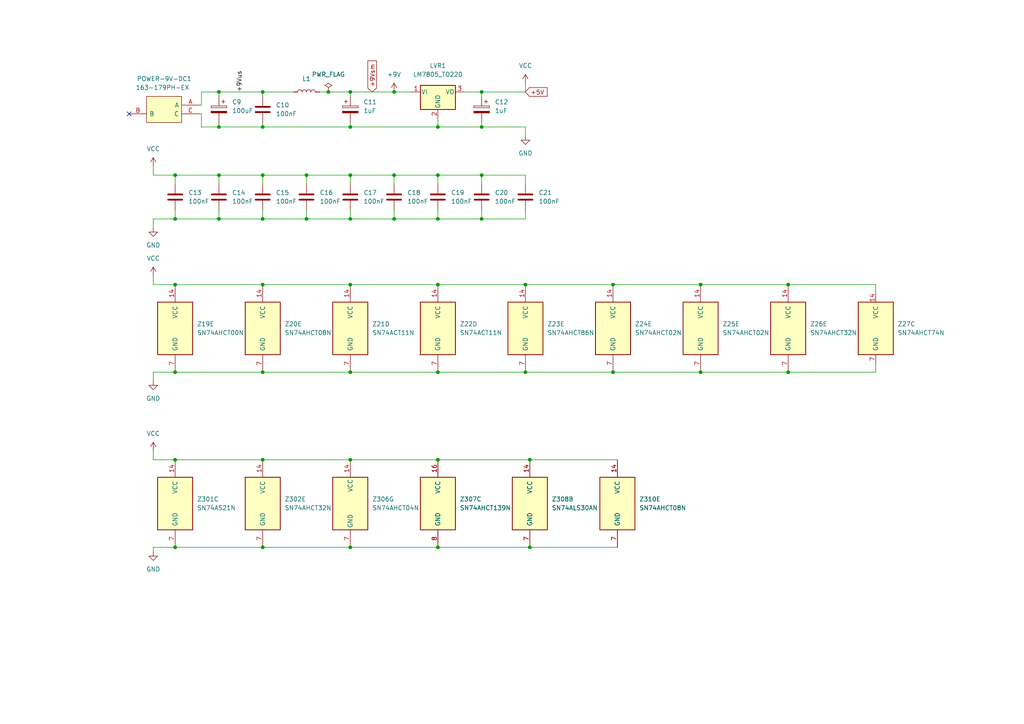
<source format=kicad_sch>
(kicad_sch (version 20211123) (generator eeschema)
  (paper "A4")
  (title_block (title "JupiterAce Z80 plus KIO and new memory format.") (date "2020-05-12") (rev "Alpha") (company "Ontobus") (comment 1 "John Bradley") (comment 2 "https://creativecommons.org/licenses/by-nc-sa/4.0/") (comment 3 "Attribution-NonCommercial-ShareAlike 4.0 International License.") (comment 4 "This work is licensed under a Creative Commons "))
  (lib_symbols
    (symbol "74xx:74LS00" (pin_names (offset 1.016))
      (property "Reference" "U" (at 0 1.27 0))
      (property "Value" "74LS00" (at 0 -1.27 0))
      (symbol "74LS00_1_1"
        (pin input line (at -7.62 2.54 0) (length 3.81) (name "~") (number "1"))
        (pin input line (at -7.62 -2.54 0) (length 3.81) (name "~") (number "2"))
        (pin output inverted (at 7.62 0 180) (length 3.81) (name "~") (number "3"))
      )
      (symbol "74LS00_1_2"
        (pin input inverted (at -7.62 2.54 0) (length 4.318) (name "~") (number "1"))
        (pin input inverted (at -7.62 -2.54 0) (length 4.318) (name "~") (number "2"))
        (pin output line (at 7.62 0 180) (length 3.81) (name "~") (number "3"))
      )
      (symbol "74LS00_2_1"
        (pin input line (at -7.62 2.54 0) (length 3.81) (name "~") (number "4"))
        (pin input line (at -7.62 -2.54 0) (length 3.81) (name "~") (number "5"))
        (pin output inverted (at 7.62 0 180) (length 3.81) (name "~") (number "6"))
      )
      (symbol "74LS00_2_2"
        (pin input inverted (at -7.62 2.54 0) (length 4.318) (name "~") (number "4"))
        (pin input inverted (at -7.62 -2.54 0) (length 4.318) (name "~") (number "5"))
        (pin output line (at 7.62 0 180) (length 3.81) (name "~") (number "6"))
      )
      (symbol "74LS00_3_1"
        (pin input line (at -7.62 -2.54 0) (length 3.81) (name "~") (number "10"))
        (pin output inverted (at 7.62 0 180) (length 3.81) (name "~") (number "8"))
        (pin input line (at -7.62 2.54 0) (length 3.81) (name "~") (number "9"))
      )
      (symbol "74LS00_3_2"
        (pin input inverted (at -7.62 -2.54 0) (length 4.318) (name "~") (number "10"))
        (pin output line (at 7.62 0 180) (length 3.81) (name "~") (number "8"))
        (pin input inverted (at -7.62 2.54 0) (length 4.318) (name "~") (number "9"))
      )
      (symbol "74LS00_4_1"
        (pin output inverted (at 7.62 0 180) (length 3.81) (name "~") (number "11"))
        (pin input line (at -7.62 2.54 0) (length 3.81) (name "~") (number "12"))
        (pin input line (at -7.62 -2.54 0) (length 3.81) (name "~") (number "13"))
      )
      (symbol "74LS00_4_2"
        (pin output line (at 7.62 0 180) (length 3.81) (name "~") (number "11"))
        (pin input inverted (at -7.62 2.54 0) (length 4.318) (name "~") (number "12"))
        (pin input inverted (at -7.62 -2.54 0) (length 4.318) (name "~") (number "13"))
      )
      (symbol "74LS00_5_0"
        (pin power_in line (at 0 12.7 270) (length 5.08) (name "VCC") (number "14"))
        (pin power_in line (at 0 -12.7 90) (length 5.08) (name "GND") (number "7"))
      )
    )
    (symbol "74xx:74LS02" (pin_names (offset 1.016))
      (property "Reference" "U" (at 0 1.27 0))
      (property "Value" "74LS02" (at 0 -1.27 0))
      (symbol "74LS02_1_1"
        (pin output inverted (at 7.62 0 180) (length 3.81) (name "~") (number "1"))
        (pin input line (at -7.62 2.54 0) (length 4.318) (name "~") (number "2"))
        (pin input line (at -7.62 -2.54 0) (length 4.318) (name "~") (number "3"))
      )
      (symbol "74LS02_1_2"
        (pin output line (at 7.62 0 180) (length 3.81) (name "~") (number "1"))
        (pin input inverted (at -7.62 2.54 0) (length 3.81) (name "~") (number "2"))
        (pin input inverted (at -7.62 -2.54 0) (length 3.81) (name "~") (number "3"))
      )
      (symbol "74LS02_2_1"
        (pin output inverted (at 7.62 0 180) (length 3.81) (name "~") (number "4"))
        (pin input line (at -7.62 2.54 0) (length 4.318) (name "~") (number "5"))
        (pin input line (at -7.62 -2.54 0) (length 4.318) (name "~") (number "6"))
      )
      (symbol "74LS02_2_2"
        (pin output line (at 7.62 0 180) (length 3.81) (name "~") (number "4"))
        (pin input inverted (at -7.62 2.54 0) (length 3.81) (name "~") (number "5"))
        (pin input inverted (at -7.62 -2.54 0) (length 3.81) (name "~") (number "6"))
      )
      (symbol "74LS02_3_1"
        (pin output inverted (at 7.62 0 180) (length 3.81) (name "~") (number "10"))
        (pin input line (at -7.62 2.54 0) (length 4.318) (name "~") (number "8"))
        (pin input line (at -7.62 -2.54 0) (length 4.318) (name "~") (number "9"))
      )
      (symbol "74LS02_3_2"
        (pin output line (at 7.62 0 180) (length 3.81) (name "~") (number "10"))
        (pin input inverted (at -7.62 2.54 0) (length 3.81) (name "~") (number "8"))
        (pin input inverted (at -7.62 -2.54 0) (length 3.81) (name "~") (number "9"))
      )
      (symbol "74LS02_4_1"
        (pin input line (at -7.62 2.54 0) (length 4.318) (name "~") (number "11"))
        (pin input line (at -7.62 -2.54 0) (length 4.318) (name "~") (number "12"))
        (pin output inverted (at 7.62 0 180) (length 3.81) (name "~") (number "13"))
      )
      (symbol "74LS02_4_2"
        (pin input inverted (at -7.62 2.54 0) (length 3.81) (name "~") (number "11"))
        (pin input inverted (at -7.62 -2.54 0) (length 3.81) (name "~") (number "12"))
        (pin output line (at 7.62 0 180) (length 3.81) (name "~") (number "13"))
      )
      (symbol "74LS02_5_0"
        (pin power_in line (at 0 12.7 270) (length 5.08) (name "VCC") (number "14"))
        (pin power_in line (at 0 -12.7 90) (length 5.08) (name "GND") (number "7"))
      )
    )
    (symbol "74xx:74LS04"
      (property "Reference" "U" (at 0 1.27 0))
      (property "Value" "74LS04" (at 0 -1.27 0))
      (symbol "74LS04_1_0"
        (pin input line (at -7.62 0 0) (length 3.81) (name "~") (number "1"))
        (pin output inverted (at 7.62 0 180) (length 3.81) (name "~") (number "2"))
      )
      (symbol "74LS04_2_0"
        (pin input line (at -7.62 0 0) (length 3.81) (name "~") (number "3"))
        (pin output inverted (at 7.62 0 180) (length 3.81) (name "~") (number "4"))
      )
      (symbol "74LS04_3_0"
        (pin input line (at -7.62 0 0) (length 3.81) (name "~") (number "5"))
        (pin output inverted (at 7.62 0 180) (length 3.81) (name "~") (number "6"))
      )
      (symbol "74LS04_4_0"
        (pin output inverted (at 7.62 0 180) (length 3.81) (name "~") (number "8"))
        (pin input line (at -7.62 0 0) (length 3.81) (name "~") (number "9"))
      )
      (symbol "74LS04_5_0"
        (pin output inverted (at 7.62 0 180) (length 3.81) (name "~") (number "10"))
        (pin input line (at -7.62 0 0) (length 3.81) (name "~") (number "11"))
      )
      (symbol "74LS04_6_0"
        (pin output inverted (at 7.62 0 180) (length 3.81) (name "~") (number "12"))
        (pin input line (at -7.62 0 0) (length 3.81) (name "~") (number "13"))
      )
      (symbol "74LS04_7_0"
        (pin power_in line (at 0 12.7 270) (length 5.08) (name "VCC") (number "14"))
        (pin power_in line (at 0 -12.7 90) (length 5.08) (name "GND") (number "7"))
      )
    )
    (symbol "74xx:74LS08" (pin_names (offset 1.016))
      (property "Reference" "U" (at 0 1.27 0))
      (property "Value" "74LS08" (at 0 -1.27 0))
      (symbol "74LS08_1_1"
        (pin input line (at -7.62 2.54 0) (length 3.81) (name "~") (number "1"))
        (pin input line (at -7.62 -2.54 0) (length 3.81) (name "~") (number "2"))
        (pin output line (at 7.62 0 180) (length 3.81) (name "~") (number "3"))
      )
      (symbol "74LS08_1_2"
        (pin input inverted (at -7.62 2.54 0) (length 4.318) (name "~") (number "1"))
        (pin input inverted (at -7.62 -2.54 0) (length 4.318) (name "~") (number "2"))
        (pin output inverted (at 7.62 0 180) (length 3.81) (name "~") (number "3"))
      )
      (symbol "74LS08_2_1"
        (pin input line (at -7.62 2.54 0) (length 3.81) (name "~") (number "4"))
        (pin input line (at -7.62 -2.54 0) (length 3.81) (name "~") (number "5"))
        (pin output line (at 7.62 0 180) (length 3.81) (name "~") (number "6"))
      )
      (symbol "74LS08_2_2"
        (pin input inverted (at -7.62 2.54 0) (length 4.318) (name "~") (number "4"))
        (pin input inverted (at -7.62 -2.54 0) (length 4.318) (name "~") (number "5"))
        (pin output inverted (at 7.62 0 180) (length 3.81) (name "~") (number "6"))
      )
      (symbol "74LS08_3_1"
        (pin input line (at -7.62 -2.54 0) (length 3.81) (name "~") (number "10"))
        (pin output line (at 7.62 0 180) (length 3.81) (name "~") (number "8"))
        (pin input line (at -7.62 2.54 0) (length 3.81) (name "~") (number "9"))
      )
      (symbol "74LS08_3_2"
        (pin input inverted (at -7.62 -2.54 0) (length 4.318) (name "~") (number "10"))
        (pin output inverted (at 7.62 0 180) (length 3.81) (name "~") (number "8"))
        (pin input inverted (at -7.62 2.54 0) (length 4.318) (name "~") (number "9"))
      )
      (symbol "74LS08_4_1"
        (pin output line (at 7.62 0 180) (length 3.81) (name "~") (number "11"))
        (pin input line (at -7.62 2.54 0) (length 3.81) (name "~") (number "12"))
        (pin input line (at -7.62 -2.54 0) (length 3.81) (name "~") (number "13"))
      )
      (symbol "74LS08_4_2"
        (pin output inverted (at 7.62 0 180) (length 3.81) (name "~") (number "11"))
        (pin input inverted (at -7.62 2.54 0) (length 4.318) (name "~") (number "12"))
        (pin input inverted (at -7.62 -2.54 0) (length 4.318) (name "~") (number "13"))
      )
      (symbol "74LS08_5_0"
        (pin power_in line (at 0 12.7 270) (length 5.08) (name "VCC") (number "14"))
        (pin power_in line (at 0 -12.7 90) (length 5.08) (name "GND") (number "7"))
      )
    )
    (symbol "74xx:74LS11" (pin_names (offset 1.016))
      (property "Reference" "U" (at 0 1.27 0))
      (property "Value" "74LS11" (at 0 -1.27 0))
      (symbol "74LS11_1_1"
        (pin input line (at -7.62 2.54 0) (length 3.81) (name "~") (number "1"))
        (pin output line (at 7.62 0 180) (length 3.81) (name "~") (number "12"))
        (pin input line (at -7.62 -2.54 0) (length 3.81) (name "~") (number "13"))
        (pin input line (at -7.62 0 0) (length 3.81) (name "~") (number "2"))
      )
      (symbol "74LS11_1_2"
        (pin input inverted (at -7.62 2.54 0) (length 4.318) (name "~") (number "1"))
        (pin output inverted (at 7.62 0 180) (length 3.81) (name "~") (number "12"))
        (pin input inverted (at -7.62 -2.54 0) (length 4.318) (name "~") (number "13"))
        (pin input inverted (at -7.62 0 0) (length 4.953) (name "~") (number "2"))
      )
      (symbol "74LS11_2_1"
        (pin input line (at -7.62 2.54 0) (length 3.81) (name "~") (number "3"))
        (pin input line (at -7.62 0 0) (length 3.81) (name "~") (number "4"))
        (pin input line (at -7.62 -2.54 0) (length 3.81) (name "~") (number "5"))
        (pin output line (at 7.62 0 180) (length 3.81) (name "~") (number "6"))
      )
      (symbol "74LS11_2_2"
        (pin input inverted (at -7.62 2.54 0) (length 4.318) (name "~") (number "3"))
        (pin input inverted (at -7.62 0 0) (length 4.953) (name "~") (number "4"))
        (pin input inverted (at -7.62 -2.54 0) (length 4.318) (name "~") (number "5"))
        (pin output inverted (at 7.62 0 180) (length 3.81) (name "~") (number "6"))
      )
      (symbol "74LS11_3_1"
        (pin input line (at -7.62 0 0) (length 3.81) (name "~") (number "10"))
        (pin input line (at -7.62 -2.54 0) (length 3.81) (name "~") (number "11"))
        (pin output line (at 7.62 0 180) (length 3.81) (name "~") (number "8"))
        (pin input line (at -7.62 2.54 0) (length 3.81) (name "~") (number "9"))
      )
      (symbol "74LS11_3_2"
        (pin input inverted (at -7.62 0 0) (length 4.953) (name "~") (number "10"))
        (pin input inverted (at -7.62 -2.54 0) (length 4.318) (name "~") (number "11"))
        (pin output inverted (at 7.62 0 180) (length 3.81) (name "~") (number "8"))
        (pin input inverted (at -7.62 2.54 0) (length 4.318) (name "~") (number "9"))
      )
      (symbol "74LS11_4_0"
        (pin power_in line (at 0 12.7 270) (length 5.08) (name "VCC") (number "14"))
        (pin power_in line (at 0 -12.7 90) (length 5.08) (name "GND") (number "7"))
      )
    )
    (symbol "74xx:74LS139" (pin_names (offset 1.016))
      (property "Reference" "U" (at -7.62 8.89 0))
      (property "Value" "74LS139" (at -7.62 -8.89 0))
      (symbol "74LS139_1_0"
        (pin input inverted (at -12.7 -5.08 0) (length 5.08) (name "E") (number "1"))
        (pin input line (at -12.7 0 0) (length 5.08) (name "A0") (number "2"))
        (pin input line (at -12.7 2.54 0) (length 5.08) (name "A1") (number "3"))
        (pin output inverted (at 12.7 2.54 180) (length 5.08) (name "O0") (number "4"))
        (pin output inverted (at 12.7 0 180) (length 5.08) (name "O1") (number "5"))
        (pin output inverted (at 12.7 -2.54 180) (length 5.08) (name "O2") (number "6"))
        (pin output inverted (at 12.7 -5.08 180) (length 5.08) (name "O3") (number "7"))
      )
      (symbol "74LS139_2_0"
        (pin output inverted (at 12.7 -2.54 180) (length 5.08) (name "O2") (number "10"))
        (pin output inverted (at 12.7 0 180) (length 5.08) (name "O1") (number "11"))
        (pin output inverted (at 12.7 2.54 180) (length 5.08) (name "O0") (number "12"))
        (pin input line (at -12.7 2.54 0) (length 5.08) (name "A1") (number "13"))
        (pin input line (at -12.7 0 0) (length 5.08) (name "A0") (number "14"))
        (pin input inverted (at -12.7 -5.08 0) (length 5.08) (name "E") (number "15"))
        (pin output inverted (at 12.7 -5.08 180) (length 5.08) (name "O3") (number "9"))
      )
      (symbol "74LS139_3_0"
        (pin power_in line (at 0 12.7 270) (length 5.08) (name "VCC") (number "16"))
        (pin power_in line (at 0 -12.7 90) (length 5.08) (name "GND") (number "8"))
      )
    )
    (symbol "74xx:74LS21" (pin_names (offset 1.016))
      (property "Reference" "U" (at 0 1.27 0))
      (property "Value" "74LS21" (at 0 -1.27 0))
      (symbol "74LS21_1_1"
        (pin input line (at -7.62 3.81 0) (length 3.81) (name "~") (number "1"))
        (pin input line (at -7.62 1.27 0) (length 3.81) (name "~") (number "2"))
        (pin input line (at -7.62 -1.27 0) (length 3.81) (name "~") (number "4"))
        (pin input line (at -7.62 -3.81 0) (length 3.81) (name "~") (number "5"))
        (pin output line (at 7.62 0 180) (length 3.81) (name "~") (number "6"))
      )
      (symbol "74LS21_1_2"
        (pin input inverted (at -7.62 3.81 0) (length 3.81) (name "~") (number "1"))
        (pin input inverted (at -7.62 1.27 0) (length 4.826) (name "~") (number "2"))
        (pin input inverted (at -7.62 -1.27 0) (length 4.826) (name "~") (number "4"))
        (pin input inverted (at -7.62 -3.81 0) (length 3.81) (name "~") (number "5"))
        (pin output inverted (at 7.62 0 180) (length 3.81) (name "~") (number "6"))
      )
      (symbol "74LS21_2_1"
        (pin input line (at -7.62 1.27 0) (length 3.81) (name "~") (number "10"))
        (pin input line (at -7.62 -1.27 0) (length 3.81) (name "~") (number "12"))
        (pin input line (at -7.62 -3.81 0) (length 3.81) (name "~") (number "13"))
        (pin output line (at 7.62 0 180) (length 3.81) (name "~") (number "8"))
        (pin input line (at -7.62 3.81 0) (length 3.81) (name "~") (number "9"))
      )
      (symbol "74LS21_2_2"
        (pin input inverted (at -7.62 1.27 0) (length 4.826) (name "~") (number "10"))
        (pin input inverted (at -7.62 -1.27 0) (length 4.826) (name "~") (number "12"))
        (pin input inverted (at -7.62 -3.81 0) (length 3.81) (name "~") (number "13"))
        (pin output inverted (at 7.62 0 180) (length 3.81) (name "~") (number "8"))
        (pin input inverted (at -7.62 3.81 0) (length 3.81) (name "~") (number "9"))
      )
      (symbol "74LS21_3_0"
        (pin power_in line (at 0 12.7 270) (length 5.08) (name "VCC") (number "14"))
        (pin power_in line (at 0 -12.7 90) (length 5.08) (name "GND") (number "7"))
      )
    )
    (symbol "74xx:74LS30" (pin_names (offset 1.016))
      (property "Reference" "U" (at 0 1.27 0))
      (property "Value" "74LS30" (at 0 -1.27 0))
      (symbol "74LS30_1_1"
        (pin input line (at -7.62 7.62 0) (length 3.81) (name "~") (number "1"))
        (pin input line (at -7.62 -7.62 0) (length 3.81) (name "~") (number "11"))
        (pin input line (at -7.62 -10.16 0) (length 3.81) (name "~") (number "12"))
        (pin input line (at -7.62 5.08 0) (length 3.81) (name "~") (number "2"))
        (pin input line (at -7.62 2.54 0) (length 3.81) (name "~") (number "3"))
        (pin input line (at -7.62 0 0) (length 3.81) (name "~") (number "4"))
        (pin input line (at -7.62 -2.54 0) (length 3.81) (name "~") (number "5"))
        (pin input line (at -7.62 -5.08 0) (length 3.81) (name "~") (number "6"))
        (pin output inverted (at 7.62 0 180) (length 3.81) (name "~") (number "8"))
      )
      (symbol "74LS30_1_2"
        (pin input inverted (at -7.62 7.62 0) (length 3.81) (name "~") (number "1"))
        (pin input inverted (at -7.62 -7.62 0) (length 3.81) (name "~") (number "11"))
        (pin input inverted (at -7.62 -10.16 0) (length 3.81) (name "~") (number "12"))
        (pin input inverted (at -7.62 5.08 0) (length 3.81) (name "~") (number "2"))
        (pin input inverted (at -7.62 2.54 0) (length 4.5466) (name "~") (number "3"))
        (pin input inverted (at -7.62 0 0) (length 5.08) (name "~") (number "4"))
        (pin input inverted (at -7.62 -2.54 0) (length 4.5466) (name "~") (number "5"))
        (pin input inverted (at -7.62 -5.08 0) (length 3.81) (name "~") (number "6"))
        (pin output line (at 7.62 0 180) (length 3.81) (name "~") (number "8"))
      )
      (symbol "74LS30_2_0"
        (pin power_in line (at 0 12.7 270) (length 5.08) (name "VCC") (number "14"))
        (pin power_in line (at 0 -12.7 90) (length 5.08) (name "GND") (number "7"))
      )
    )
    (symbol "74xx:74LS32" (pin_names (offset 1.016))
      (property "Reference" "U" (at 0 1.27 0))
      (property "Value" "74LS32" (at 0 -1.27 0))
      (symbol "74LS32_1_1"
        (pin input line (at -7.62 2.54 0) (length 4.318) (name "~") (number "1"))
        (pin input line (at -7.62 -2.54 0) (length 4.318) (name "~") (number "2"))
        (pin output line (at 7.62 0 180) (length 3.81) (name "~") (number "3"))
      )
      (symbol "74LS32_1_2"
        (pin input inverted (at -7.62 2.54 0) (length 3.81) (name "~") (number "1"))
        (pin input inverted (at -7.62 -2.54 0) (length 3.81) (name "~") (number "2"))
        (pin output inverted (at 7.62 0 180) (length 3.81) (name "~") (number "3"))
      )
      (symbol "74LS32_2_1"
        (pin input line (at -7.62 2.54 0) (length 4.318) (name "~") (number "4"))
        (pin input line (at -7.62 -2.54 0) (length 4.318) (name "~") (number "5"))
        (pin output line (at 7.62 0 180) (length 3.81) (name "~") (number "6"))
      )
      (symbol "74LS32_2_2"
        (pin input inverted (at -7.62 2.54 0) (length 3.81) (name "~") (number "4"))
        (pin input inverted (at -7.62 -2.54 0) (length 3.81) (name "~") (number "5"))
        (pin output inverted (at 7.62 0 180) (length 3.81) (name "~") (number "6"))
      )
      (symbol "74LS32_3_1"
        (pin input line (at -7.62 -2.54 0) (length 4.318) (name "~") (number "10"))
        (pin output line (at 7.62 0 180) (length 3.81) (name "~") (number "8"))
        (pin input line (at -7.62 2.54 0) (length 4.318) (name "~") (number "9"))
      )
      (symbol "74LS32_3_2"
        (pin input inverted (at -7.62 -2.54 0) (length 3.81) (name "~") (number "10"))
        (pin output inverted (at 7.62 0 180) (length 3.81) (name "~") (number "8"))
        (pin input inverted (at -7.62 2.54 0) (length 3.81) (name "~") (number "9"))
      )
      (symbol "74LS32_4_1"
        (pin output line (at 7.62 0 180) (length 3.81) (name "~") (number "11"))
        (pin input line (at -7.62 2.54 0) (length 4.318) (name "~") (number "12"))
        (pin input line (at -7.62 -2.54 0) (length 4.318) (name "~") (number "13"))
      )
      (symbol "74LS32_4_2"
        (pin output inverted (at 7.62 0 180) (length 3.81) (name "~") (number "11"))
        (pin input inverted (at -7.62 2.54 0) (length 3.81) (name "~") (number "12"))
        (pin input inverted (at -7.62 -2.54 0) (length 3.81) (name "~") (number "13"))
      )
      (symbol "74LS32_5_0"
        (pin power_in line (at 0 12.7 270) (length 5.08) (name "VCC") (number "14"))
        (pin power_in line (at 0 -12.7 90) (length 5.08) (name "GND") (number "7"))
      )
    )
    (symbol "74xx:74LS74" (pin_names (offset 1.016))
      (property "Reference" "U" (at -7.62 8.89 0))
      (property "Value" "74LS74" (at -7.62 -8.89 0))
      (symbol "74LS74_1_0"
        (pin input line (at 0 -7.62 90) (length 2.54) (name "~{R}") (number "1"))
        (pin input line (at -7.62 2.54 0) (length 2.54) (name "D") (number "2"))
        (pin input clock (at -7.62 0 0) (length 2.54) (name "C") (number "3"))
        (pin input line (at 0 7.62 270) (length 2.54) (name "~{S}") (number "4"))
        (pin output line (at 7.62 2.54 180) (length 2.54) (name "Q") (number "5"))
        (pin output line (at 7.62 -2.54 180) (length 2.54) (name "~{Q}") (number "6"))
      )
      (symbol "74LS74_2_0"
        (pin input line (at 0 7.62 270) (length 2.54) (name "~{S}") (number "10"))
        (pin input clock (at -7.62 0 0) (length 2.54) (name "C") (number "11"))
        (pin input line (at -7.62 2.54 0) (length 2.54) (name "D") (number "12"))
        (pin input line (at 0 -7.62 90) (length 2.54) (name "~{R}") (number "13"))
        (pin output line (at 7.62 -2.54 180) (length 2.54) (name "~{Q}") (number "8"))
        (pin output line (at 7.62 2.54 180) (length 2.54) (name "Q") (number "9"))
      )
      (symbol "74LS74_3_0"
        (pin power_in line (at 0 10.16 270) (length 2.54) (name "VCC") (number "14"))
        (pin power_in line (at 0 -10.16 90) (length 2.54) (name "GND") (number "7"))
      )
    )
    (symbol "74xx:74LS86" (pin_names (offset 1.016))
      (property "Reference" "U" (at 0 1.27 0))
      (property "Value" "74LS86" (at 0 -1.27 0))
      (symbol "74LS86_1_0"
        (pin input line (at -7.62 2.54 0) (length 4.445) (name "~") (number "1"))
        (pin input line (at -7.62 -2.54 0) (length 4.445) (name "~") (number "2"))
        (pin output line (at 7.62 0 180) (length 3.81) (name "~") (number "3"))
      )
      (symbol "74LS86_2_0"
        (pin input line (at -7.62 2.54 0) (length 4.445) (name "~") (number "4"))
        (pin input line (at -7.62 -2.54 0) (length 4.445) (name "~") (number "5"))
        (pin output line (at 7.62 0 180) (length 3.81) (name "~") (number "6"))
      )
      (symbol "74LS86_3_0"
        (pin input line (at -7.62 -2.54 0) (length 4.445) (name "~") (number "10"))
        (pin output line (at 7.62 0 180) (length 3.81) (name "~") (number "8"))
        (pin input line (at -7.62 2.54 0) (length 4.445) (name "~") (number "9"))
      )
      (symbol "74LS86_4_0"
        (pin output line (at 7.62 0 180) (length 3.81) (name "~") (number "11"))
        (pin input line (at -7.62 2.54 0) (length 4.445) (name "~") (number "12"))
        (pin input line (at -7.62 -2.54 0) (length 4.445) (name "~") (number "13"))
      )
      (symbol "74LS86_5_0"
        (pin power_in line (at 0 12.7 270) (length 5.08) (name "VCC") (number "14"))
        (pin power_in line (at 0 -12.7 90) (length 5.08) (name "GND") (number "7"))
      )
    )
    (symbol "Device:C" (pin_numbers hide) (pin_names (offset 0.254))
      (property "Reference" "C" (at 0.635 2.54 0))
      (property "Value" "C" (at 0.635 -2.54 0))
      (symbol "C_1_1"
        (pin passive line (at 0 3.81 270) (length 2.794) (name "~") (number "1"))
        (pin passive line (at 0 -3.81 90) (length 2.794) (name "~") (number "2"))
      )
    )
    (symbol "Device:C_Polarized" (pin_numbers hide) (pin_names (offset 0.254))
      (property "Reference" "C" (at 0.635 2.54 0))
      (property "Value" "C_Polarized" (at 0.635 -2.54 0))
      (symbol "C_Polarized_1_1"
        (pin passive line (at 0 3.81 270) (length 2.794) (name "~") (number "1"))
        (pin passive line (at 0 -3.81 90) (length 2.794) (name "~") (number "2"))
      )
    )
    (symbol "Device:L" (pin_numbers hide) (pin_names (offset 1.016) hide)
      (property "Reference" "L" (at -1.27 0 90))
      (property "Value" "L" (at 1.905 0 90))
      (symbol "L_1_1"
        (pin passive line (at 0 3.81 270) (length 1.27) (name "1") (number "1"))
        (pin passive line (at 0 -3.81 90) (length 1.27) (name "2") (number "2"))
      )
    )
    (symbol "ExtraSymbols:163-179PH-EX" (pin_names (offset 0.762))
      (property "Reference" "J" (at 16.51 7.62 0))
      (property "Value" "163-179PH-EX" (at 16.51 5.08 0))
      (symbol "163-179PH-EX_0_0"
        (pin power_out line (at 20.32 -2.54 180) (length 5.08) (name "A") (number "A"))
        (pin power_out line (at 0 0 0) (length 5.08) (name "B") (number "B"))
        (pin power_out line (at 20.32 0 180) (length 5.08) (name "C") (number "C"))
      )
    )
    (symbol "Regulator_Linear:LM7805_TO220" (pin_names (offset 0.254))
      (property "Reference" "U" (at -3.81 3.175 0))
      (property "Value" "LM7805_TO220" (at 0 3.175 0))
      (symbol "LM7805_TO220_1_1"
        (pin power_in line (at -7.62 0 0) (length 2.54) (name "VI") (number "1"))
        (pin power_in line (at 0 -7.62 90) (length 2.54) (name "GND") (number "2"))
        (pin power_out line (at 7.62 0 180) (length 2.54) (name "VO") (number "3"))
      )
    )
    (symbol "power:+9V" (power) (pin_names (offset 0))
      (property "Value" "+9V" (at 0 3.556 0))
      (symbol "+9V_1_1"
        (pin power_in line (at 0 0 90) (length 0) hide (name "+9V") (number "1"))
      )
    )
    (symbol "power:GND" (power) (pin_names (offset 0))
      (property "Value" "GND" (at 0 -3.81 0))
      (symbol "GND_1_1"
        (pin power_in line (at 0 0 270) (length 0) hide (name "GND") (number "1"))
      )
    )
    (symbol "power:PWR_FLAG" (power) (pin_numbers hide) (pin_names (offset 0) hide)
      (property "Value" "PWR_FLAG" (at 0 3.81 0))
      (symbol "PWR_FLAG_0_0"
        (pin power_out line (at 0 0 90) (length 0) (name "pwr") (number "1"))
      )
    )
    (symbol "power:VCC" (power) (pin_names (offset 0))
      (property "Value" "VCC" (at 0 3.81 0))
      (symbol "VCC_1_1"
        (pin power_in line (at 0 0 90) (length 0) hide (name "VCC") (number "1"))
      )
    )
  )
  (junction (at 101.6 82.55))
  (junction (at 63.5 50.8))
  (junction (at 152.4 107.95))
  (junction (at 139.7 50.8))
  (junction (at 101.6 36.83))
  (junction (at 203.2 107.95))
  (junction (at 50.8 63.5))
  (junction (at 50.8 133.35))
  (junction (at 76.2 50.8))
  (junction (at 63.5 63.5))
  (junction (at 127 50.8))
  (junction (at 139.7 36.83))
  (junction (at 101.6 107.95))
  (junction (at 88.9 63.5))
  (junction (at 153.67 158.75))
  (junction (at 76.2 158.75))
  (junction (at 139.7 63.5))
  (junction (at 177.8 107.95))
  (junction (at 127 36.83))
  (junction (at 50.8 50.8))
  (junction (at 127 158.75))
  (junction (at 76.2 63.5))
  (junction (at 95.25 26.67))
  (junction (at 63.5 36.83))
  (junction (at 101.6 133.35))
  (junction (at 228.6 107.95))
  (junction (at 101.6 26.67))
  (junction (at 153.67 133.35))
  (junction (at 139.7 26.67))
  (junction (at 101.6 158.75))
  (junction (at 50.8 158.75))
  (junction (at 50.8 82.55))
  (junction (at 76.2 82.55))
  (junction (at 228.6 82.55))
  (junction (at 203.2 82.55))
  (junction (at 152.4 82.55))
  (junction (at 63.5 26.67))
  (junction (at 101.6 63.5))
  (junction (at 127 82.55))
  (junction (at 76.2 36.83))
  (junction (at 127 133.35))
  (junction (at 101.6 50.8))
  (junction (at 76.2 26.67))
  (junction (at 76.2 133.35))
  (junction (at 114.3 50.8))
  (junction (at 127 107.95))
  (junction (at 177.8 82.55))
  (junction (at 50.8 107.95))
  (junction (at 88.9 50.8))
  (junction (at 114.3 63.5))
  (junction (at 76.2 107.95))
  (junction (at 114.3 26.67))
  (junction (at 127 63.5))
  (no_connect (at 37.465 33.02))
  (wire (pts (xy 101.6 26.67) (xy 114.3 26.67)))
  (wire (pts (xy 203.2 82.55) (xy 228.6 82.55)))
  (wire (pts (xy 88.9 53.34) (xy 88.9 50.8)))
  (wire (pts (xy 58.42 30.48) (xy 58.42 26.67)))
  (wire (pts (xy 127 50.8) (xy 139.7 50.8)))
  (wire (pts (xy 50.8 133.35) (xy 76.2 133.35)))
  (wire (pts (xy 203.2 107.95) (xy 228.6 107.95)))
  (wire (pts (xy 58.42 36.83) (xy 58.42 33.02)))
  (wire (pts (xy 114.3 53.34) (xy 114.3 50.8)))
  (wire (pts (xy 63.5 63.5) (xy 76.2 63.5)))
  (wire (pts (xy 63.5 60.96) (xy 63.5 63.5)))
  (wire (pts (xy 76.2 82.55) (xy 101.6 82.55)))
  (wire (pts (xy 44.45 50.8) (xy 50.8 50.8)))
  (wire (pts (xy 76.2 35.56) (xy 76.2 36.83)))
  (wire (pts (xy 139.7 60.96) (xy 139.7 63.5)))
  (wire (pts (xy 127 107.95) (xy 152.4 107.95)))
  (wire (pts (xy 101.6 35.56) (xy 101.6 36.83)))
  (wire (pts (xy 152.4 107.95) (xy 177.8 107.95)))
  (wire (pts (xy 50.8 63.5) (xy 63.5 63.5)))
  (wire (pts (xy 127 60.96) (xy 127 63.5)))
  (wire (pts (xy 101.6 36.83) (xy 127 36.83)))
  (wire (pts (xy 76.2 63.5) (xy 88.9 63.5)))
  (wire (pts (xy 139.7 50.8) (xy 152.4 50.8)))
  (wire (pts (xy 139.7 27.94) (xy 139.7 26.67)))
  (wire (pts (xy 177.8 82.55) (xy 203.2 82.55)))
  (wire (pts (xy 63.5 36.83) (xy 76.2 36.83)))
  (wire (pts (xy 76.2 53.34) (xy 76.2 50.8)))
  (wire (pts (xy 50.8 82.55) (xy 76.2 82.55)))
  (wire (pts (xy 63.5 26.67) (xy 76.2 26.67)))
  (wire (pts (xy 44.45 133.35) (xy 50.8 133.35)))
  (wire (pts (xy 50.8 53.34) (xy 50.8 50.8)))
  (wire (pts (xy 101.6 107.95) (xy 127 107.95)))
  (wire (pts (xy 44.45 158.75) (xy 50.8 158.75)))
  (wire (pts (xy 127 63.5) (xy 139.7 63.5)))
  (wire (pts (xy 50.8 60.96) (xy 50.8 63.5)))
  (wire (pts (xy 101.6 82.55) (xy 127 82.55)))
  (wire (pts (xy 76.2 60.96) (xy 76.2 63.5)))
  (wire (pts (xy 58.42 36.83) (xy 63.5 36.83)))
  (wire (pts (xy 101.6 50.8) (xy 114.3 50.8)))
  (wire (pts (xy 127 158.75) (xy 153.67 158.75)))
  (wire (pts (xy 44.45 160.02) (xy 44.45 158.75)))
  (wire (pts (xy 152.4 26.67) (xy 152.4 24.13)))
  (wire (pts (xy 44.45 107.95) (xy 50.8 107.95)))
  (wire (pts (xy 114.3 26.67) (xy 119.38 26.67)))
  (wire (pts (xy 58.42 26.67) (xy 63.5 26.67)))
  (wire (pts (xy 63.5 53.34) (xy 63.5 50.8)))
  (wire (pts (xy 254 82.55) (xy 254 85.09)))
  (wire (pts (xy 44.45 107.95) (xy 44.45 110.49)))
  (wire (pts (xy 153.67 158.75) (xy 179.07 158.75)))
  (wire (pts (xy 139.7 35.56) (xy 139.7 36.83)))
  (wire (pts (xy 228.6 82.55) (xy 254 82.55)))
  (wire (pts (xy 127 82.55) (xy 152.4 82.55)))
  (wire (pts (xy 57.785 30.48) (xy 58.42 30.48)))
  (wire (pts (xy 44.45 133.35) (xy 44.45 130.81)))
  (wire (pts (xy 254 107.95) (xy 254 105.41)))
  (wire (pts (xy 127 34.29) (xy 127 36.83)))
  (wire (pts (xy 95.25 26.67) (xy 101.6 26.67)))
  (wire (pts (xy 50.8 158.75) (xy 76.2 158.75)))
  (wire (pts (xy 88.9 63.5) (xy 101.6 63.5)))
  (wire (pts (xy 76.2 26.67) (xy 85.09 26.67)))
  (wire (pts (xy 101.6 63.5) (xy 114.3 63.5)))
  (wire (pts (xy 44.45 82.55) (xy 44.45 80.01)))
  (wire (pts (xy 152.4 36.83) (xy 152.4 39.37)))
  (wire (pts (xy 152.4 60.96) (xy 152.4 63.5)))
  (wire (pts (xy 179.07 133.35) (xy 153.67 133.35)))
  (wire (pts (xy 114.3 60.96) (xy 114.3 63.5)))
  (wire (pts (xy 76.2 50.8) (xy 88.9 50.8)))
  (wire (pts (xy 139.7 36.83) (xy 152.4 36.83)))
  (wire (pts (xy 76.2 133.35) (xy 101.6 133.35)))
  (wire (pts (xy 134.62 26.67) (xy 139.7 26.67)))
  (wire (pts (xy 152.4 82.55) (xy 177.8 82.55)))
  (wire (pts (xy 101.6 53.34) (xy 101.6 50.8)))
  (wire (pts (xy 152.4 53.34) (xy 152.4 50.8)))
  (wire (pts (xy 44.45 63.5) (xy 44.45 66.04)))
  (wire (pts (xy 228.6 107.95) (xy 254 107.95)))
  (wire (pts (xy 58.42 33.02) (xy 57.785 33.02)))
  (wire (pts (xy 50.8 50.8) (xy 63.5 50.8)))
  (wire (pts (xy 88.9 60.96) (xy 88.9 63.5)))
  (wire (pts (xy 76.2 107.95) (xy 101.6 107.95)))
  (wire (pts (xy 63.5 27.94) (xy 63.5 26.67)))
  (wire (pts (xy 88.9 50.8) (xy 101.6 50.8)))
  (wire (pts (xy 76.2 26.67) (xy 76.2 27.94)))
  (wire (pts (xy 63.5 50.8) (xy 76.2 50.8)))
  (wire (pts (xy 44.45 82.55) (xy 50.8 82.55)))
  (wire (pts (xy 101.6 133.35) (xy 127 133.35)))
  (wire (pts (xy 101.6 158.75) (xy 127 158.75)))
  (wire (pts (xy 139.7 63.5) (xy 152.4 63.5)))
  (wire (pts (xy 101.6 26.67) (xy 101.6 27.94)))
  (wire (pts (xy 44.45 50.8) (xy 44.45 48.26)))
  (wire (pts (xy 101.6 60.96) (xy 101.6 63.5)))
  (wire (pts (xy 177.8 107.95) (xy 203.2 107.95)))
  (wire (pts (xy 92.71 26.67) (xy 95.25 26.67)))
  (wire (pts (xy 76.2 36.83) (xy 101.6 36.83)))
  (wire (pts (xy 114.3 63.5) (xy 127 63.5)))
  (wire (pts (xy 50.8 107.95) (xy 76.2 107.95)))
  (wire (pts (xy 139.7 53.34) (xy 139.7 50.8)))
  (wire (pts (xy 44.45 63.5) (xy 50.8 63.5)))
  (wire (pts (xy 139.7 26.67) (xy 152.4 26.67)))
  (wire (pts (xy 63.5 35.56) (xy 63.5 36.83)))
  (wire (pts (xy 127 53.34) (xy 127 50.8)))
  (wire (pts (xy 114.3 50.8) (xy 127 50.8)))
  (wire (pts (xy 76.2 158.75) (xy 101.6 158.75)))
  (wire (pts (xy 127 36.83) (xy 139.7 36.83)))
  (wire (pts (xy 127 133.35) (xy 153.67 133.35)))
  (label "+9Vus" (at 70.485 26.67 90))
  (global_label "+5V" (shape input) (at 152.4 26.67 0) (property "Intersheet References" "${INTERSHEET_REFS}" (at 158.5947 26.5906 0) (effects (justify left))))
  (global_label "+9Vsm" (shape input) (at 107.95 26.67 90) (property "Intersheet References" "${INTERSHEET_REFS}" (at 107.8706 17.7539 90) (effects (justify left))))
  (symbol (lib_id "ExtraSymbols:163-179PH-EX") (at 37.465 33.02 0) (mirror x) (unit 1)
    (property "Reference" "POWER-9V-DC1" (at 47.625 22.86 0))
    (property "Value" "163-179PH-EX " (at 47.625 25.4 0))
    (property "Footprint" "163179PHEX" (effects hide))
    (property "Datasheet" "https://componentsearchengine.com/Datasheets/1/163-179PH-EX.pdf" (effects hide))
    (property "Manufacturer_Name" "Kobiconn" (effects hide))
    (property "Manufacturer_Part_Number" "163-179PH-EX" (effects hide))
    (property "Description" "DC Power Connectors PCB 2.1MM" (effects hide))
    (property "Height" "11" (effects hide))
    (property "Mouser Part Number" "163-179PH-EX" (effects hide))
    (property "Mouser Price/Stock" "https://www.mouser.co.uk/ProductDetail/Kobiconn/163-179PH-EX?qs=Xb8IjHhkxj5l2UOaIqcGCw%3D%3D" (effects hide))
  )
  (symbol (lib_id "Device:C") (at 76.2 57.15 180) (unit 1)
    (property "Reference" "C15" (at 80.01 55.8799 0) (effects (justify right)))
    (property "Value" "100nF" (at 80.01 58.4199 0) (effects (justify right)))
    (property "Footprint" "Capacitor_THT:C_Disc_D5.0mm_W2.5mm_P5.00mm" (effects hide))
    (property "Height" "3" (effects hide))
    (property "Manufacturer_Name" "Vishay" (effects hide))
    (property "Manufacturer_Part_Number" "K104K15X7RF53H5" (effects hide))
    (property "Allied_Number" "70122995" (effects hide))
  )
  (symbol (lib_id "Device:C") (at 88.9 57.15 180) (unit 1)
    (property "Reference" "C16" (at 92.71 55.8799 0) (effects (justify right)))
    (property "Value" "100nF" (at 92.71 58.4199 0) (effects (justify right)))
    (property "Footprint" "Capacitor_THT:C_Disc_D5.0mm_W2.5mm_P5.00mm" (effects hide))
    (property "Height" "3" (effects hide))
    (property "Manufacturer_Name" "Vishay" (effects hide))
    (property "Manufacturer_Part_Number" "K104K15X7RF53H5" (effects hide))
    (property "Allied_Number" "70122995" (effects hide))
  )
  (symbol (lib_id "Device:C") (at 101.6 57.15 180) (unit 1)
    (property "Reference" "C17" (at 105.41 55.8799 0) (effects (justify right)))
    (property "Value" "100nF" (at 105.41 58.4199 0) (effects (justify right)))
    (property "Footprint" "Capacitor_THT:C_Disc_D5.0mm_W2.5mm_P5.00mm" (effects hide))
    (property "Height" "3" (effects hide))
    (property "Manufacturer_Name" "Vishay" (effects hide))
    (property "Manufacturer_Part_Number" "K104K15X7RF53H5" (effects hide))
    (property "Allied_Number" "70122995" (effects hide))
  )
  (symbol (lib_id "Device:C") (at 114.3 57.15 180) (unit 1)
    (property "Reference" "C18" (at 118.11 55.8799 0) (effects (justify right)))
    (property "Value" "100nF" (at 118.11 58.4199 0) (effects (justify right)))
    (property "Footprint" "Capacitor_THT:C_Disc_D5.0mm_W2.5mm_P5.00mm" (effects hide))
    (property "Height" "3" (effects hide))
    (property "Manufacturer_Name" "Vishay" (effects hide))
    (property "Manufacturer_Part_Number" "K104K15X7RF53H5" (effects hide))
    (property "Allied_Number" "70122995" (effects hide))
  )
  (symbol (lib_id "Device:C") (at 127 57.15 180) (unit 1)
    (property "Reference" "C19" (at 130.81 55.8799 0) (effects (justify right)))
    (property "Value" "100nF" (at 130.81 58.4199 0) (effects (justify right)))
    (property "Footprint" "Capacitor_THT:C_Disc_D5.0mm_W2.5mm_P5.00mm" (effects hide))
    (property "Height" "3" (effects hide))
    (property "Manufacturer_Name" "Vishay" (effects hide))
    (property "Manufacturer_Part_Number" "K104K15X7RF53H5" (effects hide))
    (property "Allied_Number" "70122995" (effects hide))
  )
  (symbol (lib_id "Device:C") (at 139.7 57.15 180) (unit 1)
    (property "Reference" "C20" (at 143.51 55.8799 0) (effects (justify right)))
    (property "Value" "100nF" (at 143.51 58.4199 0) (effects (justify right)))
    (property "Footprint" "Capacitor_THT:C_Disc_D5.0mm_W2.5mm_P5.00mm" (effects hide))
    (property "Height" "3" (effects hide))
    (property "Manufacturer_Name" "Vishay" (effects hide))
    (property "Manufacturer_Part_Number" "K104K15X7RF53H5" (effects hide))
    (property "Allied_Number" "70122995" (effects hide))
  )
  (symbol (lib_id "Device:C") (at 63.5 57.15 180) (unit 1)
    (property "Reference" "C14" (at 67.31 55.8799 0) (effects (justify right)))
    (property "Value" "100nF" (at 67.31 58.4199 0) (effects (justify right)))
    (property "Footprint" "Capacitor_THT:C_Disc_D5.0mm_W2.5mm_P5.00mm" (effects hide))
    (property "Height" "3" (effects hide))
    (property "Manufacturer_Name" "Vishay" (effects hide))
    (property "Manufacturer_Part_Number" "K104K15X7RF53H5" (effects hide))
    (property "Allied_Number" "70122995" (effects hide))
  )
  (symbol (lib_id "74xx:74LS139") (at 127 146.05 0) (unit 3)
    (property "Reference" "Z307" (at 133.35 144.7799 0) (effects (justify left)))
    (property "Value" "SN74AHCT139N " (at 133.35 147.3199 0) (effects (justify left)))
    (property "Footprint" "Package_DIP:DIP-16_W7.62mm" (effects hide))
    (property "Datasheet" "http://www.ti.com/lit/ds/symlink/sn74ls139a.pdf" (effects hide))
    (property "Manufacturer_Name" "Texas Instruments" (effects hide))
    (property "Manufacturer_Part_Number" "SN74AHCT139N" (effects hide))
  )
  (symbol (lib_id "Device:C") (at 76.2 31.75 180) (unit 1)
    (property "Reference" "C10" (at 80.01 30.4799 0) (effects (justify right)))
    (property "Value" "100nF" (at 80.01 33.0199 0) (effects (justify right)))
    (property "Footprint" "Capacitor_THT:C_Disc_D5.0mm_W2.5mm_P5.00mm" (effects hide))
    (property "Height" "3" (effects hide))
    (property "Manufacturer_Name" "Vishay" (effects hide))
    (property "Manufacturer_Part_Number" "K104K15X7RF53H5" (effects hide))
    (property "Allied_Number" "70122995" (effects hide))
  )
  (symbol (lib_id "Device:C_Polarized") (at 63.5 31.75 0) (mirror y) (unit 1)
    (property "Reference" "C9" (at 67.31 29.5909 0) (effects (justify right)))
    (property "Value" "100uF" (at 67.31 32.1309 0) (effects (justify right)))
    (property "Footprint" "Capacitor_THT:CP_Radial_D6.3mm_P2.50mm" (effects hide))
    (property "Height" "11" (effects hide))
    (property "Manufacturer_Name" "Lelon" (effects hide))
    (property "Manufacturer_Part_Number" "REA101M1CBK-0611P" (effects hide))
  )
  (symbol (lib_id "Device:C_Polarized") (at 139.7 31.75 0) (mirror y) (unit 1)
    (property "Reference" "C12" (at 143.51 29.5909 0) (effects (justify right)))
    (property "Value" "1uF" (at 143.51 32.1309 0) (effects (justify right)))
    (property "Footprint" "Capacitor_THT:CP_Radial_D6.3mm_P2.50mm" (effects hide))
    (property "Height" "11" (effects hide))
    (property "Manufacturer_Name" "Lelon" (effects hide))
    (property "Manufacturer_Part_Number" "REA101M1CBK-0611P" (effects hide))
  )
  (symbol (lib_id "power:PWR_FLAG") (at 95.25 26.67 0) (unit 1)
    (property "Reference" "#FLG0101" (effects hide))
    (property "Value" "PWR_FLAG" (at 95.25 21.59 0))
  )
  (symbol (lib_id "Device:C_Polarized") (at 101.6 31.75 0) (unit 1)
    (property "Reference" "C11" (at 105.41 29.5909 0) (effects (justify left)))
    (property "Value" "1uF" (at 105.41 32.1309 0) (effects (justify left)))
    (property "Footprint" "Capacitor_THT:CP_Radial_D6.3mm_P2.50mm" (effects hide))
    (property "Height" "11" (effects hide))
    (property "Manufacturer_Name" "Lelon" (effects hide))
    (property "Manufacturer_Part_Number" "REA101M1CBK-0611P" (effects hide))
  )
  (symbol (lib_id "74xx:74LS21") (at 50.8 146.05 0) (unit 3)
    (property "Reference" "Z301" (at 57.15 144.7799 0) (effects (justify left)))
    (property "Value" "SN74AS21N" (at 57.15 147.3199 0) (effects (justify left)))
    (property "Footprint" "Package_DIP:DIP-14_W7.62mm" (effects hide))
    (property "Datasheet" "http://www.ti.com/lit/gpn/sn74LS21" (effects hide))
    (property "Manufacturer_Part_Number" "SN74AS21N" (effects hide))
    (property "Manufacturer_Name" "Texas Instruments" (effects hide))
  )
  (symbol (lib_id "Device:C") (at 50.8 57.15 180) (unit 1)
    (property "Reference" "C13" (at 54.61 55.8799 0) (effects (justify right)))
    (property "Value" "100nF" (at 54.61 58.4199 0) (effects (justify right)))
    (property "Footprint" "Capacitor_THT:C_Disc_D5.0mm_W2.5mm_P5.00mm" (effects hide))
    (property "Height" "3" (effects hide))
    (property "Manufacturer_Name" "Vishay" (effects hide))
    (property "Manufacturer_Part_Number" "K104K15X7RF53H5" (effects hide))
  )
  (symbol (lib_id "74xx:74LS30") (at 153.67 146.05 0) (unit 2)
    (property "Reference" "Z308" (at 160.02 144.7799 0) (effects (justify left)))
    (property "Value" "SN74ALS30AN " (at 160.02 147.3199 0) (effects (justify left)))
    (property "Footprint" "Package_DIP:DIP-14_W7.62mm" (effects hide))
    (property "Datasheet" "http://www.ti.com/lit/gpn/sn74LS30" (effects hide))
    (property "Manufacturer_Part_Number" "SN74ALS30AN " (effects hide))
    (property "Manufacturer_Name" "Texas Instruments" (effects hide))
  )
  (symbol (lib_id "power:VCC") (at 44.45 48.26 0) (unit 1)
    (property "Reference" "#~PWR0178" (effects hide))
    (property "Value" "VCC" (at 44.45 43.18 0))
  )
  (symbol (lib_id "power:GND") (at 44.45 66.04 0) (unit 1)
    (property "Reference" "#~PWR0179" (effects hide))
    (property "Value" "GND" (at 44.45 71.12 0))
  )
  (symbol (lib_id "power:VCC") (at 44.45 80.01 0) (unit 1)
    (property "Reference" "#~PWR0180" (effects hide))
    (property "Value" "VCC" (at 44.45 74.93 0))
  )
  (symbol (lib_id "power:GND") (at 44.45 110.49 0) (unit 1)
    (property "Reference" "#~PWR0181" (effects hide))
    (property "Value" "GND" (at 44.45 115.57 0))
  )
  (symbol (lib_id "power:VCC") (at 44.45 130.81 0) (unit 1)
    (property "Reference" "#~PWR0182" (effects hide))
    (property "Value" "VCC" (at 44.45 125.73 0))
  )
  (symbol (lib_id "power:GND") (at 44.45 160.02 0) (unit 1)
    (property "Reference" "#~PWR0183" (effects hide))
    (property "Value" "GND" (at 44.45 165.1 0))
  )
  (symbol (lib_id "74xx:74LS32") (at 76.2 146.05 0) (unit 5)
    (property "Reference" "Z302" (at 82.55 144.7799 0) (effects (justify left)))
    (property "Value" "SN74AHCT32N" (at 82.55 147.3199 0) (effects (justify left)))
    (property "Footprint" "Package_DIP:DIP-14_W7.62mm" (effects hide))
    (property "Datasheet" "http://www.ti.com/lit/gpn/sn74LS32" (effects hide))
    (property "Manufacturer_Part_Number" "SN74AHCT32N" (effects hide))
    (property "Manufacturer_Name" "Texas Instruments" (effects hide))
  )
  (symbol (lib_id "Device:L") (at 88.9 26.67 90) (unit 1)
    (property "Reference" "L1" (at 88.9 22.86 90))
    (property "Value" "EMI_Filter_LL_1423" (effects hide))
    (property "Footprint" "ExtraFootprints:KEMET_SBT_0260T" (effects hide))
    (property "Manufacturer_Part_Number" "SBT-0260" (effects hide))
    (property "Manufacturer_Name" "KEMET" (effects hide))
  )
  (symbol (lib_id "74xx:74LS08") (at 179.07 146.05 0) (unit 5)
    (property "Reference" "Z310" (at 185.42 144.7799 0) (effects (justify left)))
    (property "Value" "SN74AHCT08N" (at 185.42 147.3199 0) (effects (justify left)))
    (property "Footprint" "Package_DIP:DIP-14_W7.62mm" (effects hide))
    (property "Datasheet" "http://www.ti.com/lit/gpn/sn74LS08" (effects hide))
    (property "Manufacturer_Part_Number" "SN74ALS08N " (effects hide))
    (property "Manufacturer_Name" "Texas Instruments" (effects hide))
  )
  (symbol (lib_id "Device:C") (at 152.4 57.15 180) (unit 1)
    (property "Reference" "C21" (at 156.21 55.8799 0) (effects (justify right)))
    (property "Value" "100nF" (at 156.21 58.4199 0) (effects (justify right)))
    (property "Footprint" "Capacitor_THT:C_Disc_D5.0mm_W2.5mm_P5.00mm" (effects hide))
    (property "Height" "3" (effects hide))
    (property "Manufacturer_Name" "Vishay" (effects hide))
    (property "Manufacturer_Part_Number" "K104K15X7RF53H5" (effects hide))
    (property "Allied_Number" "70122995" (effects hide))
  )
  (symbol (lib_id "74xx:74LS02") (at 177.8 95.25 0) (mirror y) (unit 5)
    (property "Reference" "Z24" (at 184.15 93.9799 0) (effects (justify right)))
    (property "Value" "SN74AHCT02N" (at 184.15 96.5199 0) (effects (justify right)))
    (property "Footprint" "Package_DIP:DIP-14_W7.62mm" (effects hide))
    (property "Datasheet" "http://www.ti.com/lit/gpn/sn74ls02" (effects hide))
    (property "Manufacturer_Part_Number" "SN74AHCT02N" (effects hide))
    (property "Manufacturer_Name" "Texas Instruments" (effects hide))
  )
  (symbol (lib_id "74xx:74LS32") (at 228.6 95.25 0) (unit 5)
    (property "Reference" "Z26" (at 234.95 93.9799 0) (effects (justify left)))
    (property "Value" "SN74AHCT32N" (at 234.95 96.5199 0) (effects (justify left)))
    (property "Footprint" "Package_DIP:DIP-14_W7.62mm" (effects hide))
    (property "Datasheet" "http://www.ti.com/lit/gpn/sn74LS32" (effects hide))
    (property "Manufacturer_Part_Number" "SN74AHCT32N" (effects hide))
    (property "Manufacturer_Name" "Texas Instruments" (effects hide))
  )
  (symbol (lib_id "74xx:74LS74") (at 254 95.25 0) (unit 3)
    (property "Reference" "Z27" (at 260.35 93.9799 0) (effects (justify left)))
    (property "Value" "SN74AHCT74N" (at 260.35 96.5199 0) (effects (justify left)))
    (property "Footprint" "Package_DIP:DIP-14_W7.62mm" (effects hide))
    (property "Datasheet" "74xx/74hc_hct74.pdf" (effects hide))
    (property "Manufacturer_Part_Number" "SN74AHCT74N" (effects hide))
    (property "Manufacturer_Name" "Texas Instruments" (effects hide))
  )
  (symbol (lib_id "74xx:74LS04") (at 101.6 146.05 0) (unit 7)
    (property "Reference" "Z306" (at 107.95 144.7799 0) (effects (justify left)))
    (property "Value" "SN74AHCT04N" (at 107.95 147.3199 0) (effects (justify left)))
    (property "Footprint" "Package_DIP:DIP-14_W7.62mm" (effects hide))
    (property "Datasheet" "http://www.ti.com/lit/gpn/sn74LS04" (effects hide))
    (property "Manufacturer_Part_Number" "SN74AHCT04N" (effects hide))
    (property "Manufacturer_Name" "Texas Instruments" (effects hide))
  )
  (symbol (lib_id "74xx:74LS00") (at 50.8 95.25 0) (unit 5)
    (property "Reference" "Z19" (at 57.15 93.9799 0) (effects (justify left)))
    (property "Value" "SN74AHCT00N" (at 57.15 96.5199 0) (effects (justify left)))
    (property "Footprint" "Package_DIP:DIP-14_W7.62mm" (effects hide))
    (property "Datasheet" "http://www.ti.com/lit/gpn/sn74ls00" (effects hide))
    (property "Manufacturer_Part_Number" "SN74AHCT00N" (effects hide))
    (property "Manufacturer_Name" "Texas Instruments" (effects hide))
  )
  (symbol (lib_id "74xx:74LS02") (at 203.2 95.25 0) (mirror y) (unit 5)
    (property "Reference" "Z25" (at 209.55 93.9799 0) (effects (justify right)))
    (property "Value" "SN74AHCT02N" (at 209.55 96.5199 0) (effects (justify right)))
    (property "Footprint" "Package_DIP:DIP-14_W7.62mm" (effects hide))
    (property "Datasheet" "http://www.ti.com/lit/gpn/sn74ls02" (effects hide))
    (property "Manufacturer_Part_Number" "SN74AHCT02N" (effects hide))
    (property "Manufacturer_Name" "Texas Instruments" (effects hide))
  )
  (symbol (lib_id "74xx:74LS08") (at 76.2 95.25 0) (unit 5)
    (property "Reference" "Z20" (at 82.55 93.9799 0) (effects (justify left)))
    (property "Value" "SN74AHCT08N" (at 82.55 96.5199 0) (effects (justify left)))
    (property "Footprint" "Package_DIP:DIP-14_W7.62mm" (effects hide))
    (property "Datasheet" "http://www.ti.com/lit/gpn/sn74LS08" (effects hide))
    (property "Manufacturer_Part_Number" "SN74AHCT08N" (effects hide))
    (property "Manufacturer_Name" "Texas Instruments" (effects hide))
  )
  (symbol (lib_id "74xx:74LS11") (at 127 95.25 0) (unit 4)
    (property "Reference" "Z22" (at 133.35 93.9799 0) (effects (justify left)))
    (property "Value" "SN74ACT11N" (at 133.35 96.5199 0) (effects (justify left)))
    (property "Footprint" "Package_DIP:DIP-14_W7.62mm" (effects hide))
    (property "Datasheet" "http://www.ti.com/lit/gpn/sn74LS11" (effects hide))
    (property "Manufacturer_Part_Number" "SN74ACT11N" (effects hide))
    (property "Manufacturer_Name" "Texas Instruments" (effects hide))
  )
  (symbol (lib_id "74xx:74LS11") (at 101.6 95.25 0) (unit 4)
    (property "Reference" "Z21" (at 107.95 93.9799 0) (effects (justify left)))
    (property "Value" "SN74ACT11N" (at 107.95 96.5199 0) (effects (justify left)))
    (property "Footprint" "Package_DIP:DIP-14_W7.62mm" (effects hide))
    (property "Datasheet" "http://www.ti.com/lit/gpn/sn74LS11" (effects hide))
    (property "Manufacturer_Part_Number" "SN74ACT11N" (effects hide))
    (property "Manufacturer_Name" "Texas Instruments" (effects hide))
  )
  (symbol (lib_id "74xx:74LS86") (at 152.4 95.25 0) (unit 5)
    (property "Reference" "Z23" (at 158.75 93.9799 0) (effects (justify left)))
    (property "Value" "SN74AHCT86N" (at 158.75 96.5199 0) (effects (justify left)))
    (property "Footprint" "Package_DIP:DIP-14_W7.62mm" (effects hide))
    (property "Datasheet" "74xx/74ls86.pdf" (effects hide))
    (property "Manufacturer_Part_Number" "SN74AHCT86N" (effects hide))
    (property "Manufacturer_Name" "Texas Instruments" (effects hide))
  )
  (symbol (lib_id "power:GND") (at 152.4 39.37 0) (unit 1)
    (property "Reference" "#~PWR0161" (effects hide))
    (property "Value" "GND" (at 152.4 44.45 0))
  )
  (symbol (lib_id "power:+9V") (at 114.3 26.67 0) (unit 1)
    (property "Reference" "#~PWR0162" (effects hide))
    (property "Value" "+9V" (at 114.3 21.59 0))
  )
  (symbol (lib_id "Regulator_Linear:LM7805_TO220") (at 127 26.67 0) (unit 1)
    (property "Reference" "LVR1" (at 127 19.05 0))
    (property "Value" "LM7805_TO220" (at 127 21.59 0))
    (property "Footprint" "Package_TO_SOT_THT:TO-220-3_Vertical" (effects hide))
    (property "Datasheet" "https://www.onsemi.cn/PowerSolutions/document/MC7800-D.PDF" (effects hide))
    (property "Manufacturer_Name" "texas instruments" (effects hide))
    (property "Manufacturer_Part_Number" "LM7805CT/NOPB" (effects hide))
  )
  (symbol (lib_id "power:VCC") (at 152.4 24.13 0) (unit 1)
    (property "Reference" "#~PWR0102" (effects hide))
    (property "Value" "VCC" (at 152.4 19.05 0))
  )
)
</source>
